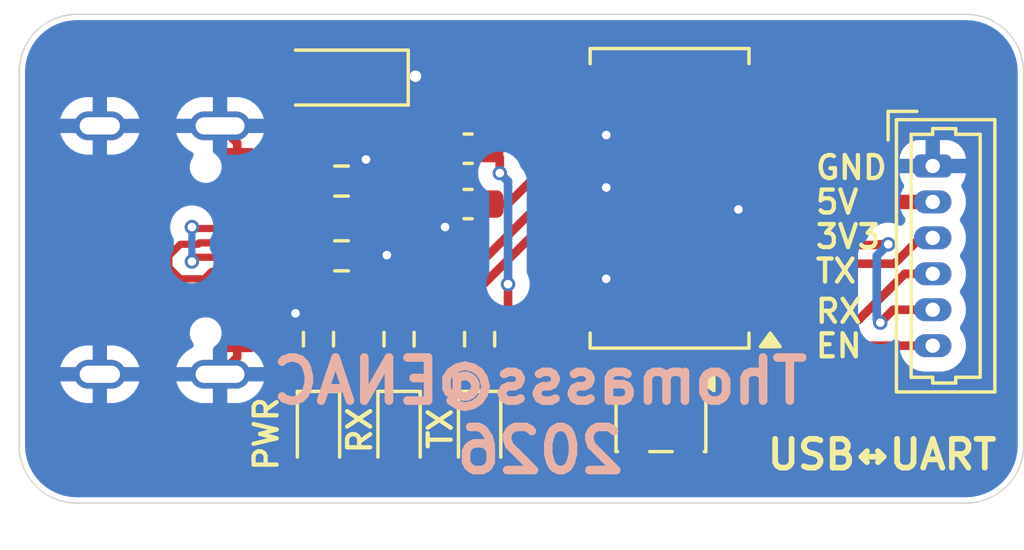
<source format=kicad_pcb>
(kicad_pcb (version 20241229) (generator "pcbnew") (generator_version "9.0")
  (layers (0 "F.Cu" signal) (2 "B.Cu" signal) (13 "F.Paste" user) (15 "B.Paste" user) (5 "F.SilkS" user "F.Silkscreen") (7 "B.SilkS" user "B.Silkscreen") (1 "F.Mask" user) (3 "B.Mask" user) (25 "Edge.Cuts" user))
  (net 0 "")
  (net 1 "GND")
  (net 2 "+3.3V")
  (net 3 "+5V")
  (net 4 "Net-(D2-K)")
  (net 5 "Net-(D3-K)")
  (net 6 "Net-(D4-K)")
  (net 7 "Net-(J1-CC1)")
  (net 9 "USBDP")
  (net 10 "Net-(J1-CC2)")
  (net 12 "USBDM")
  (net 13 "RX")
  (net 14 "~{TXDEN}")
  (net 15 "TX")
  (net 16 "TXLED")
  (net 17 "RXLED")
  (net 25 "TXDEN")
  (footprint "Resistor_SMD:R_0603_1608Metric" (layer "F.Cu") (at 111.4 72.3 -90)
    (property "Reference" "R7" (hide yes))
    (property "Value" "500")
    (fp_line (start -0.237258 0.5225) (end 0.237258 0.5225) (stroke (width 0.12)) (layer "F.SilkS"))
    (fp_line (start -0.237258 -0.5225) (end 0.237258 -0.5225) (stroke (width 0.12)) (layer "F.SilkS"))
    (pad "1" smd roundrect (at -0.825 0 270) (size 0.8 0.95) (layers "F.Cu" "F.Mask" "F.Paste") (net 1 "GND"))
    (pad "2" smd roundrect (at 0.825 0 270) (size 0.8 0.95) (layers "F.Cu" "F.Mask" "F.Paste") (net 4 "Net-(D2-K)"))
  )
  (footprint "Capacitor_SMD:C_0603_1608Metric" (layer "F.Cu") (at 116.6 65.675)
    (property "Reference" "C1" (hide yes))
    (property "Value" "100n")
    (fp_line (start -0.14058 -0.51) (end 0.14058 -0.51) (stroke (width 0.12)) (layer "F.SilkS"))
    (fp_line (start -0.14058 0.51) (end 0.14058 0.51) (stroke (width 0.12)) (layer "F.SilkS"))
    (pad "1" smd roundrect (at -0.775 0) (size 0.9 0.95) (layers "F.Cu" "F.Mask" "F.Paste") (net 1 "GND"))
    (pad "2" smd roundrect (at 0.775 0) (size 0.9 0.95) (layers "F.Cu" "F.Mask" "F.Paste") (net 2 "+3.3V"))
  )
  (footprint "Resistor_SMD:R_0603_1608Metric" (layer "F.Cu") (at 114.2 72.3 -90)
    (property "Reference" "R6" (hide yes))
    (property "Value" "390")
    (fp_line (start -0.237258 0.5225) (end 0.237258 0.5225) (stroke (width 0.12)) (layer "F.SilkS"))
    (fp_line (start -0.237258 -0.5225) (end 0.237258 -0.5225) (stroke (width 0.12)) (layer "F.SilkS"))
    (pad "1" smd roundrect (at -0.825 0 270) (size 0.8 0.95) (layers "F.Cu" "F.Mask" "F.Paste") (net 17 "RXLED"))
    (pad "2" smd roundrect (at 0.825 0 270) (size 0.8 0.95) (layers "F.Cu" "F.Mask" "F.Paste") (net 5 "Net-(D3-K)"))
  )
  (footprint "Capacitor_Tantalum_SMD:CP_EIA-3216-18_Kemet-A" (layer "F.Cu") (at 112.2 63.2 180)
    (property "Reference" "C3" (hide yes))
    (property "Value" "4.7u")
    (fp_line (start 1.6 -0.955) (end -2.32 -0.955) (stroke (width 0.12)) (layer "F.SilkS"))
    (fp_line (start -2.32 0.955) (end 1.6 0.955) (stroke (width 0.12)) (layer "F.SilkS"))
    (fp_line (start -2.32 -0.955) (end -2.32 0.955) (stroke (width 0.12)) (layer "F.SilkS"))
    (pad "1" smd roundrect (at -1.3525 0 180) (size 1.415 1.39) (layers "F.Cu" "F.Mask" "F.Paste") (roundrect_rratio 0.179856) (net 1 "GND"))
    (pad "2" smd roundrect (at 1.3525 0 180) (size 1.415 1.39) (layers "F.Cu" "F.Mask" "F.Paste") (roundrect_rratio 0.179856) (net 3 "+5V"))
  )
  (footprint "LED_SMD:LED_0603_1608Metric" (layer "F.Cu") (at 111.4 75.6 -90)
    (property "Reference" "D2" (hide yes))
    (property "Value" "LED")
    (fp_line (start -1.485 0.735) (end 0.8 0.735) (stroke (width 0.12)) (layer "F.SilkS"))
    (fp_line (start -1.485 -0.735) (end -1.485 0.735) (stroke (width 0.12)) (layer "F.SilkS"))
    (fp_line (start 0.8 -0.735) (end -1.485 -0.735) (stroke (width 0.12)) (layer "F.SilkS"))
    (pad "1" smd roundrect (at -0.7875 0 270) (size 0.875 0.95) (layers "F.Cu" "F.Mask" "F.Paste") (net 4 "Net-(D2-K)"))
    (pad "2" smd roundrect (at 0.7875 0 270) (size 0.875 0.95) (layers "F.Cu" "F.Mask" "F.Paste") (net 3 "+5V"))
  )
  (footprint "ENAC_robotique:USB-C_HRO_C-31-M-12" (layer "F.Cu") (at 103.8 69.2 -90)
    (property "Reference" "J1")
    (property "Value" "USB-C_12pin")
    (pad "" np_thru_hole circle (at -2.89 -3.68 90) (size 0.6 0.6) (drill 0.6) (layers "*.Cu" "*.Mask"))
    (pad "" np_thru_hole circle (at 2.89 -3.68 90) (size 0.6 0.6) (drill 0.6) (layers "*.Cu" "*.Mask"))
    (pad "A1-B12" smd rect (at -3.25 -4.775 270) (size 0.6 1.09) (layers "F.Cu" "F.Mask" "F.Paste") (net 1 "GND"))
    (pad "A4-B9" smd rect (at -2.45 -4.775 270) (size 0.6 1.09) (layers "F.Cu" "F.Mask" "F.Paste") (net 3 "+5V"))
    (pad "A5" smd rect (at -1.25 -4.75 270) (size 0.3 1.14) (layers "F.Cu" "F.Mask" "F.Paste") (net 7 "Net-(J1-CC1)"))
    (pad "A6" smd rect (at -0.25 -4.75 270) (size 0.3 1.14) (layers "F.Cu" "F.Mask" "F.Paste") (net 9 "USBDP"))
    (pad "A7" smd rect (at 0.25 -4.75 270) (size 0.3 1.14) (layers "F.Cu" "F.Mask" "F.Paste") (net 12 "USBDM"))
    (pad "A8" smd rect (at 1.25 -4.75 270) (size 0.3 1.14) (layers "F.Cu" "F.Mask" "F.Paste"))
    (pad "B1-A12" smd rect (at 3.25 -4.775 270) (size 0.6 1.09) (layers "F.Cu" "F.Mask" "F.Paste") (net 1 "GND"))
    (pad "B4-A9" smd rect (at 2.45 -4.775 270) (size 0.6 1.09) (layers "F.Cu" "F.Mask" "F.Paste") (net 3 "+5V"))
    (pad "B5" smd rect (at 1.75 -4.75 270) (size 0.3 1.14) (layers "F.Cu" "F.Mask" "F.Paste") (net 10 "Net-(J1-CC2)"))
    (pad "B6" smd rect (at 0.75 -4.75 270) (size 0.3 1.14) (layers "F.Cu" "F.Mask" "F.Paste") (net 9 "USBDP"))
    (pad "B7" smd rect (at -0.75 -4.75 270) (size 0.3 1.14) (layers "F.Cu" "F.Mask" "F.Paste") (net 12 "USBDM"))
    (pad "B8" smd rect (at -1.75 -4.75 270) (size 0.3 1.14) (layers "F.Cu" "F.Mask" "F.Paste"))
    (pad "S" thru_hole oval (at -4.32 -4.18 270) (size 1 2.1) (drill oval 0.6 1.7) (layers "*.Cu" "*.Mask" "F.Paste") (net 1 "GND"))
    (pad "S" thru_hole oval (at -4.32 0 270) (size 1 1.8) (drill oval 0.6 1.4) (layers "*.Cu" "*.Mask" "F.Paste") (net 1 "GND"))
    (pad "S" thru_hole oval (at 4.32 -4.18 270) (size 1 2.1) (drill oval 0.6 1.7) (layers "*.Cu" "*.Mask" "F.Paste") (net 1 "GND"))
    (pad "S" thru_hole oval (at 4.32 0 270) (size 1 1.8) (drill oval 0.6 1.4) (layers "*.Cu" "*.Mask" "F.Paste") (net 1 "GND"))
  )
  (footprint "Package_TO_SOT_SMD:SOT-23-5" (layer "F.Cu") (at 123.3 75.3 -90)
    (property "Reference" "U2" (hide yes))
    (property "Value" "74LVC1G04")
    (fp_line (start -0.91 1.56) (end -0.91 1.51) (stroke (width 0.12)) (layer "F.SilkS"))
    (fp_line (start 0.91 1.56) (end -0.91 1.56) (stroke (width 0.12)) (layer "F.SilkS"))
    (fp_line (start 0.91 1.51) (end 0.91 1.56) (stroke (width 0.12)) (layer "F.SilkS"))
    (fp_line (start 0.91 -0.39) (end 0.91 0.39) (stroke (width 0.12)) (layer "F.SilkS"))
    (fp_line (start -0.91 -1.51) (end -0.91 -1.56) (stroke (width 0.12)) (layer "F.SilkS"))
    (fp_line (start -0.91 -1.56) (end 0.91 -1.56) (stroke (width 0.12)) (layer "F.SilkS"))
    (fp_line (start 0.91 -1.56) (end 0.91 -1.51) (stroke (width 0.12)) (layer "F.SilkS"))
    (fp_poly (pts (xy -1.45 -1.51) (xy -1.69 -1.84) (xy -1.21 -1.84)) (stroke (width 0.12)) (fill yes) (layer "F.SilkS"))
    (pad "1" smd roundrect (at -1.1375 -0.95 270) (size 1.325 0.6) (layers "F.Cu" "F.Mask" "F.Paste"))
    (pad "2" smd roundrect (at -1.1375 0 270) (size 1.325 0.6) (layers "F.Cu" "F.Mask" "F.Paste") (net 25 "TXDEN"))
    (pad "3" smd roundrect (at -1.1375 0.95 270) (size 1.325 0.6) (layers "F.Cu" "F.Mask" "F.Paste") (net 1 "GND"))
    (pad "4" smd roundrect (at 1.1375 0.95 270) (size 1.325 0.6) (layers "F.Cu" "F.Mask" "F.Paste") (net 14 "~{TXDEN}"))
    (pad "5" smd roundrect (at 1.1375 -0.95 270) (size 1.325 0.6) (layers "F.Cu" "F.Mask" "F.Paste") (net 2 "+3.3V"))
  )
  (footprint "LED_SMD:LED_0603_1608Metric" (layer "F.Cu") (at 114.2 75.6 -90)
    (property "Reference" "D3" (hide yes))
    (property "Value" "LED")
    (fp_line (start -1.485 0.735) (end 0.8 0.735) (stroke (width 0.12)) (layer "F.SilkS"))
    (fp_line (start -1.485 -0.735) (end -1.485 0.735) (stroke (width 0.12)) (layer "F.SilkS"))
    (fp_line (start 0.8 -0.735) (end -1.485 -0.735) (stroke (width 0.12)) (layer "F.SilkS"))
    (pad "1" smd roundrect (at -0.7875 0 270) (size 0.875 0.95) (layers "F.Cu" "F.Mask" "F.Paste") (net 5 "Net-(D3-K)"))
    (pad "2" smd roundrect (at 0.7875 0 270) (size 0.875 0.95) (layers "F.Cu" "F.Mask" "F.Paste") (net 2 "+3.3V"))
  )
  (footprint "Connector_Molex:Molex_PicoBlade_53047-0610_1x06_P1.25mm_Vertical" (layer "F.Cu") (at 132.745 66.275 -90)
    (property "Reference" "J2" (hide yes))
    (property "Value" "Conn_01x06_Pin")
    (fp_line (start -1.9 1.55) (end -0.9 1.55) (stroke (width 0.12)) (layer "F.SilkS"))
    (fp_line (start -1.9 1.55) (end -1.9 0.55) (stroke (width 0.12)) (layer "F.SilkS"))
    (fp_line (start -1.61 1.26) (end 7.86 1.26) (stroke (width 0.12)) (layer "F.SilkS"))
    (fp_line (start 7.86 1.26) (end 7.86 -2.16) (stroke (width 0.12)) (layer "F.SilkS"))
    (fp_line (start -1.1 0.75) (end -1.1 0) (stroke (width 0.12)) (layer "F.SilkS"))
    (fp_line (start 3.125 0.75) (end -1.1 0.75) (stroke (width 0.12)) (layer "F.SilkS"))
    (fp_line (start 3.125 0.75) (end 7.35 0.75) (stroke (width 0.12)) (layer "F.SilkS"))
    (fp_line (start 7.35 0.75) (end 7.35 0) (stroke (width 0.12)) (layer "F.SilkS"))
    (fp_line (start -1.3 0) (end -1.3 -0.8) (stroke (width 0.12)) (layer "F.SilkS"))
    (fp_line (start -1.1 0) (end -1.3 0) (stroke (width 0.12)) (layer "F.SilkS"))
    (fp_line (start 7.35 0) (end 7.55 0) (stroke (width 0.12)) (layer "F.SilkS"))
    (fp_line (start 7.55 0) (end 7.55 -0.8) (stroke (width 0.12)) (layer "F.SilkS"))
    (fp_line (start -1.3 -0.8) (end -1.1 -0.8) (stroke (width 0.12)) (layer "F.SilkS"))
    (fp_line (start -1.1 -0.8) (end -1.1 -1.65) (stroke (width 0.12)) (layer "F.SilkS"))
    (fp_line (start 7.35 -0.8) (end 7.35 -1.65) (stroke (width 0.12)) (layer "F.SilkS"))
    (fp_line (start 7.55 -0.8) (end 7.35 -0.8) (stroke (width 0.12)) (layer "F.SilkS"))
    (fp_line (start -1.1 -1.65) (end 3.125 -1.65) (stroke (width 0.12)) (layer "F.SilkS"))
    (fp_line (start 7.35 -1.65) (end 3.125 -1.65) (stroke (width 0.12)) (layer "F.SilkS"))
    (fp_line (start -1.61 -2.16) (end -1.61 1.26) (stroke (width 0.12)) (layer "F.SilkS"))
    (fp_line (start 7.86 -2.16) (end -1.61 -2.16) (stroke (width 0.12)) (layer "F.SilkS"))
    (pad "1" thru_hole roundrect (at 0 0 270) (size 0.8 1.3) (drill 0.5) (layers "*.Cu" "*.Mask") (net 1 "GND"))
    (pad "2" thru_hole oval (at 1.25 0 270) (size 0.8 1.3) (drill 0.5) (layers "*.Cu" "*.Mask") (net 3 "+5V"))
    (pad "3" thru_hole oval (at 2.5 0 270) (size 0.8 1.3) (drill 0.5) (layers "*.Cu" "*.Mask") (net 2 "+3.3V"))
    (pad "4" thru_hole oval (at 3.75 0 270) (size 0.8 1.3) (drill 0.5) (layers "*.Cu" "*.Mask") (net 15 "TX"))
    (pad "5" thru_hole oval (at 5 0 270) (size 0.8 1.3) (drill 0.5) (layers "*.Cu" "*.Mask") (net 13 "RX"))
    (pad "6" thru_hole oval (at 6.25 0 270) (size 0.8 1.3) (drill 0.5) (layers "*.Cu" "*.Mask") (net 14 "~{TXDEN}"))
  )
  (footprint "Resistor_SMD:R_0603_1608Metric" (layer "F.Cu") (at 117 72.3 -90)
    (property "Reference" "R5" (hide yes))
    (property "Value" "390")
    (fp_line (start -0.237258 0.5225) (end 0.237258 0.5225) (stroke (width 0.12)) (layer "F.SilkS"))
    (fp_line (start -0.237258 -0.5225) (end 0.237258 -0.5225) (stroke (width 0.12)) (layer "F.SilkS"))
    (pad "1" smd roundrect (at -0.825 0 270) (size 0.8 0.95) (layers "F.Cu" "F.Mask" "F.Paste") (net 16 "TXLED"))
    (pad "2" smd roundrect (at 0.825 0 270) (size 0.8 0.95) (layers "F.Cu" "F.Mask" "F.Paste") (net 6 "Net-(D4-K)"))
  )
  (footprint "Resistor_SMD:R_0603_1608Metric" (layer "F.Cu") (at 112.2 66.8 180)
    (property "Reference" "R1" (hide yes))
    (property "Value" "5.1k")
    (fp_line (start -0.237258 0.5225) (end 0.237258 0.5225) (stroke (width 0.12)) (layer "F.SilkS"))
    (fp_line (start -0.237258 -0.5225) (end 0.237258 -0.5225) (stroke (width 0.12)) (layer "F.SilkS"))
    (pad "1" smd roundrect (at -0.825 0 180) (size 0.8 0.95) (layers "F.Cu" "F.Mask" "F.Paste") (net 1 "GND"))
    (pad "2" smd roundrect (at 0.825 0 180) (size 0.8 0.95) (layers "F.Cu" "F.Mask" "F.Paste") (net 7 "Net-(J1-CC1)"))
  )
  (footprint "Resistor_SMD:R_0603_1608Metric" (layer "F.Cu") (at 112.2 69.4 180)
    (property "Reference" "R2" (hide yes))
    (property "Value" "5.1k")
    (fp_line (start -0.237258 0.5225) (end 0.237258 0.5225) (stroke (width 0.12)) (layer "F.SilkS"))
    (fp_line (start -0.237258 -0.5225) (end 0.237258 -0.5225) (stroke (width 0.12)) (layer "F.SilkS"))
    (pad "1" smd roundrect (at -0.825 0 180) (size 0.8 0.95) (layers "F.Cu" "F.Mask" "F.Paste") (net 1 "GND"))
    (pad "2" smd roundrect (at 0.825 0 180) (size 0.8 0.95) (layers "F.Cu" "F.Mask" "F.Paste") (net 10 "Net-(J1-CC2)"))
  )
  (footprint "LED_SMD:LED_0603_1608Metric" (layer "F.Cu") (at 117 75.6 -90)
    (property "Reference" "D4" (hide yes))
    (property "Value" "LED")
    (fp_line (start -1.485 0.735) (end 0.8 0.735) (stroke (width 0.12)) (layer "F.SilkS"))
    (fp_line (start -1.485 -0.735) (end -1.485 0.735) (stroke (width 0.12)) (layer "F.SilkS"))
    (fp_line (start 0.8 -0.735) (end -1.485 -0.735) (stroke (width 0.12)) (layer "F.SilkS"))
    (pad "1" smd roundrect (at -0.7875 0 270) (size 0.875 0.95) (layers "F.Cu" "F.Mask" "F.Paste") (net 6 "Net-(D4-K)"))
    (pad "2" smd roundrect (at 0.7875 0 270) (size 0.875 0.95) (layers "F.Cu" "F.Mask" "F.Paste") (net 2 "+3.3V"))
  )
  (footprint "Package_SO:SSOP-28_5.3x10.2mm_P0.65mm" (layer "F.Cu") (at 123.6 67.4 180)
    (property "Reference" "U1" (hide yes))
    (property "Value" "FT232RL")
    (fp_line (start 2.76 5.21) (end -2.76 5.21) (stroke (width 0.12)) (layer "F.SilkS"))
    (fp_line (start 2.76 4.685) (end 2.76 5.21) (stroke (width 0.12)) (layer "F.SilkS"))
    (fp_line (start 2.76 -5.21) (end 2.76 -4.685) (stroke (width 0.12)) (layer "F.SilkS"))
    (fp_line (start -2.76 5.21) (end -2.76 4.685) (stroke (width 0.12)) (layer "F.SilkS"))
    (fp_line (start -2.76 -4.685) (end -2.76 -5.21) (stroke (width 0.12)) (layer "F.SilkS"))
    (fp_line (start -2.76 -5.21) (end 2.76 -5.21) (stroke (width 0.12)) (layer "F.SilkS"))
    (fp_poly (pts (xy -3.5 -4.69) (xy -3.84 -5.16) (xy -3.16 -5.16)) (stroke (width 0.12)) (fill yes) (layer "F.SilkS"))
    (pad "1" smd roundrect (at -3.5 -4.225 180) (size 1.9 0.4) (layers "F.Cu" "F.Mask" "F.Paste") (net 15 "TX"))
    (pad "2" smd roundrect (at -3.5 -3.575 180) (size 1.9 0.4) (layers "F.Cu" "F.Mask" "F.Paste"))
    (pad "3" smd roundrect (at -3.5 -2.925 180) (size 1.9 0.4) (layers "F.Cu" "F.Mask" "F.Paste"))
    (pad "4" smd roundrect (at -3.5 -2.275 180) (size 1.9 0.4) (layers "F.Cu" "F.Mask" "F.Paste") (net 2 "+3.3V"))
    (pad "5" smd roundrect (at -3.5 -1.625 180) (size 1.9 0.4) (layers "F.Cu" "F.Mask" "F.Paste") (net 13 "RX"))
    (pad "6" smd roundrect (at -3.5 -0.975 180) (size 1.9 0.4) (layers "F.Cu" "F.Mask" "F.Paste"))
    (pad "7" smd roundrect (at -3.5 -0.325 180) (size 1.9 0.4) (layers "F.Cu" "F.Mask" "F.Paste") (net 1 "GND"))
    (pad "8" smd roundrect (at -3.5 0.325 180) (size 1.9 0.4) (layers "F.Cu" "F.Mask" "F.Paste"))
    (pad "9" smd roundrect (at -3.5 0.975 180) (size 1.9 0.4) (layers "F.Cu" "F.Mask" "F.Paste"))
    (pad "10" smd roundrect (at -3.5 1.625 180) (size 1.9 0.4) (layers "F.Cu" "F.Mask" "F.Paste"))
    (pad "11" smd roundrect (at -3.5 2.275 180) (size 1.9 0.4) (layers "F.Cu" "F.Mask" "F.Paste"))
    (pad "12" smd roundrect (at -3.5 2.925 180) (size 1.9 0.4) (layers "F.Cu" "F.Mask" "F.Paste"))
    (pad "13" smd roundrect (at -3.5 3.575 180) (size 1.9 0.4) (layers "F.Cu" "F.Mask" "F.Paste") (net 25 "TXDEN"))
    (pad "14" smd roundrect (at -3.5 4.225 180) (size 1.9 0.4) (layers "F.Cu" "F.Mask" "F.Paste"))
    (pad "15" smd roundrect (at 3.5 4.225 180) (size 1.9 0.4) (layers "F.Cu" "F.Mask" "F.Paste") (net 9 "USBDP"))
    (pad "16" smd roundrect (at 3.5 3.575 180) (size 1.9 0.4) (layers "F.Cu" "F.Mask" "F.Paste") (net 12 "USBDM"))
    (pad "17" smd roundrect (at 3.5 2.925 180) (size 1.9 0.4) (layers "F.Cu" "F.Mask" "F.Paste") (net 2 "+3.3V"))
    (pad "18" smd roundrect (at 3.5 2.275 180) (size 1.9 0.4) (layers "F.Cu" "F.Mask" "F.Paste") (net 1 "GND"))
    (pad "19" smd roundrect (at 3.5 1.625 180) (size 1.9 0.4) (layers "F.Cu" "F.Mask" "F.Paste"))
    (pad "20" smd roundrect (at 3.5 0.975 180) (size 1.9 0.4) (layers "F.Cu" "F.Mask" "F.Paste") (net 3 "+5V"))
    (pad "21" smd roundrect (at 3.5 0.325 180) (size 1.9 0.4) (layers "F.Cu" "F.Mask" "F.Paste") (net 1 "GND"))
    (pad "22" smd roundrect (at 3.5 -0.325 180) (size 1.9 0.4) (layers "F.Cu" "F.Mask" "F.Paste") (net 17 "RXLED"))
    (pad "23" smd roundrect (at 3.5 -0.975 180) (size 1.9 0.4) (layers "F.Cu" "F.Mask" "F.Paste") (net 16 "TXLED"))
    (pad "24" smd roundrect (at 3.5 -1.625 180) (size 1.9 0.4) (layers "F.Cu" "F.Mask" "F.Paste"))
    (pad "25" smd roundrect (at 3.5 -2.275 180) (size 1.9 0.4) (layers "F.Cu" "F.Mask" "F.Paste") (net 1 "GND"))
    (pad "26" smd roundrect (at 3.5 -2.925 180) (size 1.9 0.4) (layers "F.Cu" "F.Mask" "F.Paste") (net 1 "GND"))
    (pad "27" smd roundrect (at 3.5 -3.575 180) (size 1.9 0.4) (layers "F.Cu" "F.Mask" "F.Paste"))
    (pad "28" smd roundrect (at 3.5 -4.225 180) (size 1.9 0.4) (layers "F.Cu" "F.Mask" "F.Paste"))
  )
  (footprint "Capacitor_SMD:C_0603_1608Metric" (layer "F.Cu") (at 116.6 67.6 180)
    (property "Reference" "C2" (hide yes))
    (property "Value" "100n")
    (fp_line (start -0.14058 0.51) (end 0.14058 0.51) (stroke (width 0.12)) (layer "F.SilkS"))
    (fp_line (start -0.14058 -0.51) (end 0.14058 -0.51) (stroke (width 0.12)) (layer "F.SilkS"))
    (pad "1" smd roundrect (at -0.775 0 180) (size 0.9 0.95) (layers "F.Cu" "F.Mask" "F.Paste") (net 3 "+5V"))
    (pad "2" smd roundrect (at 0.775 0 180) (size 0.9 0.95) (layers "F.Cu" "F.Mask" "F.Paste") (net 1 "GND"))
  )
  (gr_line (start 135.9 63) (end 135.9 76) (stroke (width 0.05)) (layer "Edge.Cuts"))
  (gr_arc (start 135.9 76) (mid 135.314214 77.414214) (end 133.9 78) (stroke (width 0.05)) (layer "Edge.Cuts"))
  (gr_arc (start 103 78) (mid 101.585786 77.414214) (end 101 76) (stroke (width 0.05)) (layer "Edge.Cuts"))
  (gr_line (start 101 76) (end 101 63) (stroke (width 0.05)) (layer "Edge.Cuts"))
  (gr_line (start 103 61) (end 133.9 61) (stroke (width 0.05)) (layer "Edge.Cuts"))
  (gr_arc (start 133.9 61) (mid 135.314214 61.585786) (end 135.9 63) (stroke (width 0.05)) (layer "Edge.Cuts"))
  (gr_arc (start 101 63) (mid 101.585786 61.585786) (end 103 61) (stroke (width 0.05)) (layer "Edge.Cuts"))
  (gr_line (start 133.9 78) (end 103 78) (stroke (width 0.05)) (layer "Edge.Cuts"))
  (gr_text "RX" (at 113.3 76.35 90) (layer "F.SilkS") (effects (font (size 0.8 0.8) (thickness 0.15) (bold yes)) (justify left bottom)))
  (gr_text "USB↔UART" (at 126.9 76.9 0) (layer "F.SilkS") (effects (font (size 1 1) (thickness 0.2) (bold yes)) (justify left bottom)))
  (gr_text "TX\n" (at 128.6 70.4 0) (layer "F.SilkS") (effects (font (size 0.8 0.8) (thickness 0.15) (bold yes)) (justify left bottom)))
  (gr_text "PWR" (at 110.05 76.95 90) (layer "F.SilkS") (effects (font (size 0.8 0.8) (thickness 0.15) (bold yes)) (justify left bottom)))
  (gr_text "GND" (at 128.6 66.8 0) (layer "F.SilkS") (effects (font (size 0.8 0.8) (thickness 0.15) (bold yes)) (justify left bottom)))
  (gr_text "3V3" (at 128.6 69.2 0) (layer "F.SilkS") (effects (font (size 0.8 0.8) (thickness 0.15) (bold yes)) (justify left bottom)))
  (gr_text "5V" (at 128.6 68 0) (layer "F.SilkS") (effects (font (size 0.8 0.8) (thickness 0.15) (bold yes)) (justify left bottom)))
  (gr_text "RX" (at 128.6 71.8 0) (layer "F.SilkS") (effects (font (size 0.8 0.8) (thickness 0.15) (bold yes)) (justify left bottom)))
  (gr_text "TX" (at 116.1 76.2 90) (layer "F.SilkS") (effects (font (size 0.8 0.8) (thickness 0.15) (bold yes)) (justify left bottom)))
  (gr_text "EN" (at 128.6 73 0) (layer "F.SilkS") (effects (font (size 0.8 0.8) (thickness 0.15) (bold yes)) (justify left bottom)))
  (gr_text "Thomasss@ENAC\n2026" (at 119.1 77.05 0) (layer "B.SilkS") (effects (font (size 1.5 1.5) (thickness 0.3) (bold yes)) (justify bottom mirror)))
  (segment (start 120.1 69.675) (end 120.875 69.675) (width 0.3) (layer "F.Cu") (net 1))
  (segment (start 113.025 66.8) (end 113.025 66.075) (width 0.3) (layer "F.Cu") (net 1))
  (segment (start 113.5525 63.2) (end 114.72566 63.2) (width 0.5) (layer "F.Cu") (net 1))
  (segment (start 115.825 67.6) (end 115.825 68.375) (width 0.3) (layer "F.Cu") (net 1))
  (segment (start 113.775735 69.375735) (end 113.049265 69.375735) (width 0.3) (layer "F.Cu") (net 1))
  (segment (start 121.325 65.125) (end 121.4 65.2) (width 0.3) (layer "F.Cu") (net 1))
  (segment (start 108.575 65.475) (end 107.98 64.88) (width 0.3) (layer "F.Cu") (net 1))
  (segment (start 113.049265 69.375735) (end 113.025 69.4) (width 0.3) (layer "F.Cu") (net 1))
  (segment (start 120.1 65.125) (end 121.325 65.125) (width 0.3) (layer "F.Cu") (net 1))
  (segment (start 114.72566 63.2) (end 114.771191 63.154469) (width 0.5) (layer "F.Cu") (net 1))
  (segment (start 115.825 65.675) (end 115.774 65.726) (width 0.3) (layer "F.Cu") (net 1))
  (segment (start 110.675 71.475) (end 110.6 71.4) (width 0.3) (layer "F.Cu") (net 1))
  (segment (start 121.275 70.325) (end 121.4 70.2) (width 0.3) (layer "F.Cu") (net 1))
  (segment (start 126.055416 67.725) (end 125.993659 67.786757) (width 0.3) (layer "F.Cu") (net 1))
  (segment (start 111.4 71.475) (end 110.675 71.475) (width 0.3) (layer "F.Cu") (net 1))
  (segment (start 121.35 67.075) (end 121.4 67.025) (width 0.3) (layer "F.Cu") (net 1))
  (segment (start 115.825 65.675) (end 115.825 67.6) (width 0.3) (layer "F.Cu") (net 1))
  (segment (start 120.1 67.075) (end 121.35 67.075) (width 0.3) (layer "F.Cu") (net 1))
  (segment (start 115.825 68.375) (end 115.8 68.4) (width 0.3) (layer "F.Cu") (net 1))
  (segment (start 120.1 70.325) (end 121.275 70.325) (width 0.3) (layer "F.Cu") (net 1))
  (segment (start 108.575 65.95) (end 108.575 65.475) (width 0.3) (layer "F.Cu") (net 1))
  (segment (start 113.025 66.075) (end 113.05 66.05) (width 0.3) (layer "F.Cu") (net 1))
  (segment (start 121.4 70.2) (end 122.35 71.15) (width 0.3) (layer "F.Cu") (net 1))
  (segment (start 127.1 67.725) (end 126.055416 67.725) (width 0.3) (layer "F.Cu") (net 1))
  (segment (start 120.875 69.675) (end 121.4 70.2) (width 0.3) (layer "F.Cu") (net 1))
  (segment (start 108.575 72.925) (end 107.98 73.52) (width 0.3) (layer "F.Cu") (net 1))
  (segment (start 108.575 72.45) (end 108.575 72.925) (width 0.3) (layer "F.Cu") (net 1))
  (segment (start 122.35 71.15) (end 122.35 74.1625) (width 0.3) (layer "F.Cu") (net 1))
  (via (at 115.8 68.4) (size 0.5) (drill 0.3) (layers "F.Cu" "B.Cu") (net 1))
  (via (at 113.775735 69.375735) (size 0.5) (drill 0.3) (layers "F.Cu" "B.Cu") (net 1))
  (via (at 125.993659 67.786757) (size 0.5) (drill 0.3) (layers "F.Cu" "B.Cu") (net 1))
  (via (at 114.771191 63.154469) (size 0.7) (drill 0.4) (layers "F.Cu" "B.Cu") (net 1))
  (via (at 121.4 70.2) (size 0.5) (drill 0.3) (layers "F.Cu" "B.Cu") (net 1))
  (via (at 113.05 66.05) (size 0.5) (drill 0.3) (layers "F.Cu" "B.Cu") (net 1))
  (via (at 121.4 67.025) (size 0.5) (drill 0.3) (layers "F.Cu" "B.Cu") (net 1))
  (via (at 110.6 71.4) (size 0.5) (drill 0.3) (layers "F.Cu" "B.Cu") (net 1))
  (via (at 121.4 65.2) (size 0.5) (drill 0.3) (layers "F.Cu" "B.Cu") (net 1))
  (segment (start 118.0875 75.3) (end 117.986765 75.400735) (width 0.3) (layer "F.Cu") (net 2))
  (segment (start 131.416479 69.675) (end 132.316479 68.775) (width 0.3) (layer "F.Cu") (net 2))
  (segment (start 117.7 66) (end 117.375 65.675) (width 0.3) (layer "F.Cu") (net 2))
  (segment (start 126.150001 69.675) (end 127.1 69.675) (width 0.3) (layer "F.Cu") (net 2))
  (segment (start 117 76.3875) (end 114.2 76.3875) (width 0.3) (layer "F.Cu") (net 2))
  (segment (start 117.986765 75.400735) (end 117 76.3875) (width 0.3) (layer "F.Cu") (net 2))
  (segment (start 127.1 69.675) (end 131.416479 69.675) (width 0.3) (layer "F.Cu") (net 2))
  (segment (start 117.986765 70.386766) (end 117.986765 75.400735) (width 0.3) (layer "F.Cu") (net 2))
  (segment (start 124.901 70.924001) (end 124.901 75.7865) (width 0.3) (layer "F.Cu") (net 2))
  (segment (start 117.375 65.675) (end 118.575 64.475) (width 0.3) (layer "F.Cu") (net 2))
  (segment (start 123.1125 75.3) (end 118.0875 75.3) (width 0.3) (layer "F.Cu") (net 2))
  (segment (start 118.575 64.475) (end 120.1 64.475) (width 0.3) (layer "F.Cu") (net 2))
  (segment (start 132.316479 68.775) (end 132.745 68.775) (width 0.3) (layer "F.Cu") (net 2))
  (segment (start 124.901 75.7865) (end 124.25 76.4375) (width 0.3) (layer "F.Cu") (net 2))
  (segment (start 124.901 70.924001) (end 126.150001 69.675) (width 0.3) (layer "F.Cu") (net 2))
  (segment (start 124.25 76.4375) (end 123.1125 75.3) (width 0.3) (layer "F.Cu") (net 2))
  (segment (start 117.7 66.525) (end 117.7 66) (width 0.3) (layer "F.Cu") (net 2))
  (via (at 117.986765 70.386766) (size 0.5) (drill 0.3) (layers "F.Cu" "B.Cu") (net 2))
  (via (at 117.7 66.525) (size 0.5) (drill 0.3) (layers "F.Cu" "B.Cu") (net 2))
  (segment (start 117.986765 66.811765) (end 117.7 66.525) (width 0.3) (layer "B.Cu") (net 2))
  (segment (start 117.986765 70.386766) (end 117.986765 66.811765) (width 0.3) (layer "B.Cu") (net 2))
  (segment (start 108.575 71.65) (end 109.55 71.65) (width 0.3) (layer "F.Cu") (net 3))
  (segment (start 106.589 71.389) (end 107.770364 71.389) (width 0.3) (layer "F.Cu") (net 3))
  (segment (start 130.15 66.15) (end 130.15 63.6) (width 0.5) (layer "F.Cu") (net 3))
  (segment (start 107.770364 71.389) (end 108.031364 71.65) (width 0.3) (layer "F.Cu") (net 3))
  (segment (start 120.1 66.425) (end 119.150001 66.425) (width 0.3) (layer "F.Cu") (net 3))
  (segment (start 111.55 61.95) (end 114.75 61.95) (width 0.5) (layer "F.Cu") (net 3))
  (segment (start 108.031364 66.75) (end 107.770364 67.011) (width 0.3) (layer "F.Cu") (net 3))
  (segment (start 122.15 65.75) (end 122.15 61.95) (width 0.3) (layer "F.Cu") (net 3))
  (segment (start 119.150001 66.425) (end 117.975001 67.6) (width 0.3) (layer "F.Cu") (net 3))
  (segment (start 110.8475 62.6525) (end 111.5 62) (width 0.5) (layer "F.Cu") (net 3))
  (segment (start 130.15 63.6) (end 128.5 61.95) (width 0.5) (layer "F.Cu") (net 3))
  (segment (start 106.911 67.011) (end 106.9 67) (width 0.3) (layer "F.Cu") (net 3))
  (segment (start 110.2 76) (end 110.6 76.4) (width 0.3) (layer "F.Cu") (net 3))
  (segment (start 108.031364 71.65) (end 108.575 71.65) (width 0.3) (layer "F.Cu") (net 3))
  (segment (start 107.770364 67.011) (end 106.911 67.011) (width 0.3) (layer "F.Cu") (net 3))
  (segment (start 110.6 76.4) (end 110.6125 76.3875) (width 0.3) (layer "F.Cu") (net 3))
  (segment (start 109.55 71.65) (end 110.2 72.3) (width 0.3) (layer "F.Cu") (net 3))
  (segment (start 106.9 67) (end 105.35 68.55) (width 0.3) (layer "F.Cu") (net 3))
  (segment (start 110.2 72.3) (end 110.2 76) (width 0.3) (layer "F.Cu") (net 3))
  (segment (start 121.475 66.425) (end 122.15 65.75) (width 0.3) (layer "F.Cu") (net 3))
  (segment (start 108.575 66.75) (end 109.65 66.75) (width 0.5) (layer "F.Cu") (net 3))
  (segment (start 120.1 66.425) (end 121.475 66.425) (width 0.3) (layer "F.Cu") (net 3))
  (segment (start 114.75 61.95) (end 122.15 61.95) (width 0.5) (layer "F.Cu") (net 3))
  (segment (start 122.15 61.95) (end 128.5 61.95) (width 0.5) (layer "F.Cu") (net 3))
  (segment (start 105.35 68.55) (end 105.35 70.15) (width 0.3) (layer "F.Cu") (net 3))
  (segment (start 117.975001 67.6) (end 117.375 67.6) (width 0.3) (layer "F.Cu") (net 3))
  (segment (start 105.35 70.15) (end 106.589 71.389) (width 0.3) (layer "F.Cu") (net 3))
  (segment (start 132.745 67.525) (end 131.525 67.525) (width 0.5) (layer "F.Cu") (net 3))
  (segment (start 108.575 66.75) (end 108.031364 66.75) (width 0.3) (layer "F.Cu") (net 3))
  (segment (start 109.65 66.75) (end 110.8475 65.5525) (width 0.5) (layer "F.Cu") (net 3))
  (segment (start 111.5 62) (end 111.55 61.95) (width 0.5) (layer "F.Cu") (net 3))
  (segment (start 131.525 67.525) (end 130.15 66.15) (width 0.5) (layer "F.Cu") (net 3))
  (segment (start 110.8475 65.5525) (end 110.8475 63.2) (width 0.5) (layer "F.Cu") (net 3))
  (segment (start 110.6125 76.3875) (end 111.4 76.3875) (width 0.3) (layer "F.Cu") (net 3))
  (segment (start 110.8475 63.2) (end 110.8475 62.6525) (width 0.5) (layer "F.Cu") (net 3))
  (segment (start 111.4 73.125) (end 111.4 74.8125) (width 0.3) (layer "F.Cu") (net 4))
  (segment (start 114.2 73.125) (end 114.2 74.8125) (width 0.3) (layer "F.Cu") (net 5))
  (segment (start 117 73.125) (end 117 74.8125) (width 0.3) (layer "F.Cu") (net 6))
  (segment (start 110.6 66.8) (end 111.375 66.8) (width 0.3) (layer "F.Cu") (net 7))
  (segment (start 108.55 67.95) (end 109.45 67.95) (width 0.3) (layer "F.Cu") (net 7))
  (segment (start 109.45 67.95) (end 110.6 66.8) (width 0.3) (layer "F.Cu") (net 7))
  (segment (start 108.55 68.95) (end 109.45 68.95) (width 0.3) (layer "F.Cu") (net 9))
  (segment (start 107.678 69.95) (end 108.55 69.95) (width 0.25) (layer "F.Cu") (net 9))
  (segment (start 106.2 69.4) (end 106.2 69.8) (width 0.25) (layer "F.Cu") (net 9))
  (segment (start 118.025 63.175) (end 120.1 63.175) (width 0.3) (layer "F.Cu") (net 9))
  (segment (start 107.428 70.2) (end 107.678 69.95) (width 0.25) (layer "F.Cu") (net 9))
  (segment (start 107.215588 68.999) (end 106.601 68.999) (width 0.25) (layer "F.Cu") (net 9))
  (segment (start 106.6 70.2) (end 107.428 70.2) (width 0.25) (layer "F.Cu") (net 9))
  (segment (start 117.454 63.746) (end 118.025 63.175) (width 0.3) (layer "F.Cu") (net 9))
  (segment (start 106.2 69.8) (end 106.6 70.2) (width 0.25) (layer "F.Cu") (net 9))
  (segment (start 114.2 67.4) (end 114.2 64.691479) (width 0.3) (layer "F.Cu") (net 9))
  (segment (start 115.145479 63.746) (end 117.454 63.746) (width 0.3) (layer "F.Cu") (net 9))
  (segment (start 107.264588 68.95) (end 107.215588 68.999) (width 0.25) (layer "F.Cu") (net 9))
  (segment (start 109.45 68.95) (end 110.6 67.8) (width 0.3) (layer "F.Cu") (net 9))
  (segment (start 106.601 68.999) (end 106.2 69.4) (width 0.25) (layer "F.Cu") (net 9))
  (segment (start 114.2 64.691479) (end 115.145479 63.746) (width 0.3) (layer "F.Cu") (net 9))
  (segment (start 108.55 68.95) (end 107.264588 68.95) (width 0.25) (layer "F.Cu") (net 9))
  (segment (start 110.6 67.8) (end 113.8 67.8) (width 0.3) (layer "F.Cu") (net 9))
  (segment (start 113.8 67.8) (end 114.2 67.4) (width 0.3) (layer "F.Cu") (net 9))
  (segment (start 108.55 70.95) (end 109.425 70.95) (width 0.3) (layer "F.Cu") (net 10))
  (segment (start 110.975 69.4) (end 111.375 69.4) (width 0.3) (layer "F.Cu") (net 10))
  (segment (start 109.425 70.95) (end 110.975 69.4) (width 0.3) (layer "F.Cu") (net 10))
  (segment (start 115.353 64.247) (end 117.661521 64.247) (width 0.3) (layer "F.Cu") (net 12))
  (segment (start 118.083521 63.825) (end 120.1 63.825) (width 0.3) (layer "F.Cu") (net 12))
  (segment (start 117.661521 64.247) (end 118.083521 63.825) (width 0.3) (layer "F.Cu") (net 12))
  (segment (start 110.8 68.4) (end 114 68.4) (width 0.3) (layer "F.Cu") (net 12))
  (segment (start 107.05 68.45) (end 108.55 68.45) (width 0.25) (layer "F.Cu") (net 12))
  (segment (start 114 68.4) (end 114.8 67.6) (width 0.3) (layer "F.Cu") (net 12))
  (segment (start 107 68.4) (end 107.05 68.45) (width 0.25) (layer "F.Cu") (net 12))
  (segment (start 108.55 69.45) (end 109.75 69.45) (width 0.3) (layer "F.Cu") (net 12))
  (segment (start 108.55 69.45) (end 107.15 69.45) (width 0.25) (layer "F.Cu") (net 12))
  (segment (start 109.75 69.45) (end 110.8 68.4) (width 0.3) (layer "F.Cu") (net 12))
  (segment (start 114.8 64.8) (end 115.353 64.247) (width 0.3) (layer "F.Cu") (net 12))
  (segment (start 107.15 69.45) (end 107 69.6) (width 0.25) (layer "F.Cu") (net 12))
  (segment (start 114.8 67.6) (end 114.8 64.8) (width 0.3) (layer "F.Cu") (net 12))
  (via (at 107 69.6) (size 0.5) (drill 0.3) (layers "F.Cu" "B.Cu") (net 12))
  (via (at 107 68.4) (size 0.5) (drill 0.3) (layers "F.Cu" "B.Cu") (net 12))
  (segment (start 107 69.6) (end 107 68.4) (width 0.25) (layer "B.Cu") (net 12))
  (segment (start 131.37353 71.275) (end 130.924265 71.724265) (width 0.3) (layer "F.Cu") (net 13))
  (segment (start 130.775 69) (end 130.75 69.025) (width 0.3) (layer "F.Cu") (net 13))
  (segment (start 130.75 69.025) (end 127.1 69.025) (width 0.3) (layer "F.Cu") (net 13))
  (segment (start 131.2 69) (end 130.775 69) (width 0.3) (layer "F.Cu") (net 13))
  (segment (start 132.745 71.275) (end 131.37353 71.275) (width 0.3) (layer "F.Cu") (net 13))
  (via (at 130.924265 71.724265) (size 0.5) (drill 0.3) (layers "F.Cu" "B.Cu") (net 13))
  (via (at 131.2 69) (size 0.5) (drill 0.3) (layers "F.Cu" "B.Cu") (net 13))
  (segment (start 130.8 69.4) (end 130.8 71.6) (width 0.3) (layer "B.Cu") (net 13))
  (segment (start 131.2 69) (end 130.8 69.4) (width 0.3) (layer "B.Cu") (net 13))
  (segment (start 130.8 71.6) (end 130.924265 71.724265) (width 0.3) (layer "B.Cu") (net 13))
  (segment (start 124.699 77.451) (end 123.3635 77.451) (width 0.3) (layer "F.Cu") (net 14))
  (segment (start 123.3635 77.451) (end 122.35 76.4375) (width 0.3) (layer "F.Cu") (net 14))
  (segment (start 124.699 77.451) (end 129.625 72.525) (width 0.3) (layer "F.Cu") (net 14))
  (segment (start 129.625 72.525) (end 132.745 72.525) (width 0.3) (layer "F.Cu") (net 14))
  (segment (start 130.175 71.625) (end 131.775 70.025) (width 0.3) (layer "F.Cu") (net 15))
  (segment (start 131.775 70.025) (end 132.745 70.025) (width 0.3) (layer "F.Cu") (net 15))
  (segment (start 127.1 71.625) (end 130.175 71.625) (width 0.3) (layer "F.Cu") (net 15))
  (segment (start 117 70.523588) (end 117 71.475) (width 0.3) (layer "F.Cu") (net 16))
  (segment (start 119.148588 68.375) (end 117 70.523588) (width 0.3) (layer "F.Cu") (net 16))
  (segment (start 120.1 68.375) (end 119.148588 68.375) (width 0.3) (layer "F.Cu") (net 16))
  (segment (start 115.2 71.475) (end 118.95 67.725) (width 0.3) (layer "F.Cu") (net 17))
  (segment (start 115.2 71.475) (end 114.2 71.475) (width 0.3) (layer "F.Cu") (net 17))
  (segment (start 118.95 67.725) (end 120.1 67.725) (width 0.3) (layer "F.Cu") (net 17))
  (segment (start 126.159418 63.825) (end 127.1 63.825) (width 0.3) (layer "F.Cu") (net 25))
  (segment (start 123.3 74.1625) (end 123.3 66.684418) (width 0.3) (layer "F.Cu") (net 25))
  (segment (start 123.3 66.684418) (end 126.159418 63.825) (width 0.3) (layer "F.Cu") (net 25))
  (zone (net 1) (net_name "GND") (layer "B.Cu") (connect_pads (clearance 0.5)) (min_thickness 0.25) (fill yes (thermal_gap 0.5) (thermal_bridge_width 0.5))
    (polygon (pts (xy 101 61) (xy 135.9 61) (xy 135.9 78) (xy 101 78)))
  )
)
</source>
